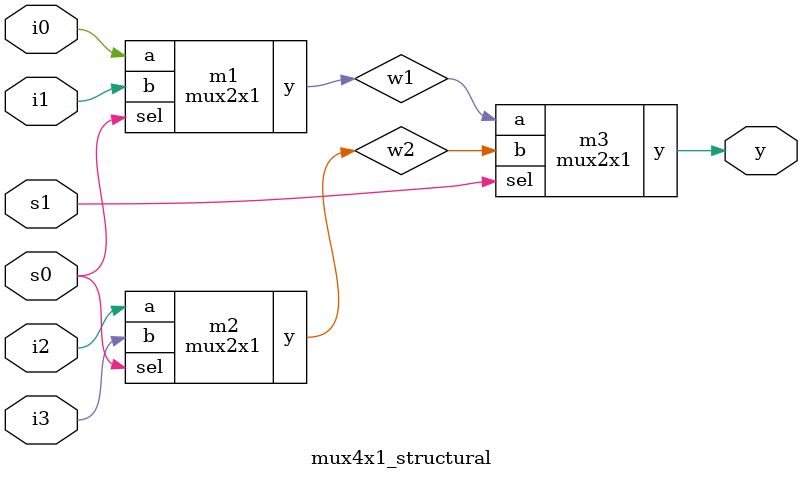
<source format=v>
`timescale 1ns / 1ps


module mux2x1 (
    input a, b, sel,
    output y
);
    assign y = sel ? b : a;
endmodule

module mux4x1_structural (
    input i0,i1,i2,i3,
    input s1,s0,
    output y
);
    wire w1, w2;

    mux2x1 m1 (i0, i1, s0, w1);
    mux2x1 m2 (i2, i3, s0, w2);
    mux2x1 m3 (w1, w2, s1, y);
endmodule


</source>
